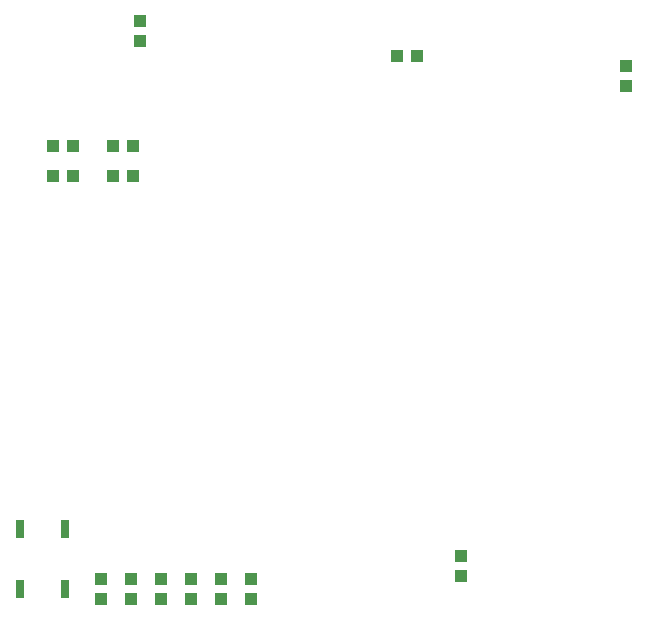
<source format=gtp>
G75*
G70*
%OFA0B0*%
%FSLAX24Y24*%
%IPPOS*%
%LPD*%
%AMOC8*
5,1,8,0,0,1.08239X$1,22.5*
%
%ADD10R,0.0394X0.0433*%
%ADD11R,0.0300X0.0600*%
%ADD12R,0.0433X0.0394*%
D10*
X003702Y001470D03*
X003702Y002139D03*
X004702Y002139D03*
X004702Y001470D03*
X005702Y001470D03*
X005702Y002139D03*
X006702Y002139D03*
X006702Y001470D03*
X007702Y001470D03*
X007702Y002139D03*
X008702Y002139D03*
X008702Y001470D03*
X015702Y002220D03*
X015702Y002889D03*
X021202Y018570D03*
X021202Y019239D03*
X005002Y020070D03*
X005002Y020739D03*
D11*
X001002Y001804D03*
X002502Y001804D03*
X002502Y003804D03*
X001002Y003804D03*
D12*
X002117Y015554D03*
X002786Y015554D03*
X002786Y016554D03*
X002117Y016554D03*
X004117Y016554D03*
X004786Y016554D03*
X004786Y015554D03*
X004117Y015554D03*
X013567Y019554D03*
X014236Y019554D03*
M02*

</source>
